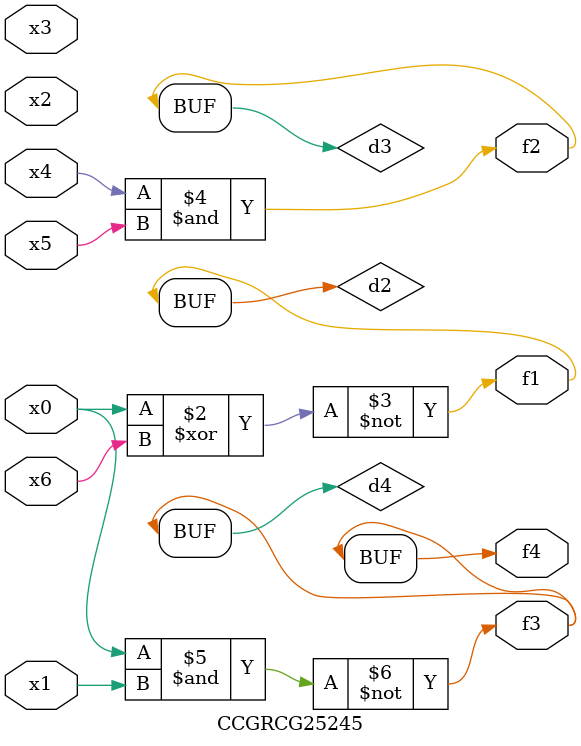
<source format=v>
module CCGRCG25245(
	input x0, x1, x2, x3, x4, x5, x6,
	output f1, f2, f3, f4
);

	wire d1, d2, d3, d4;

	nor (d1, x0);
	xnor (d2, x0, x6);
	and (d3, x4, x5);
	nand (d4, x0, x1);
	assign f1 = d2;
	assign f2 = d3;
	assign f3 = d4;
	assign f4 = d4;
endmodule

</source>
